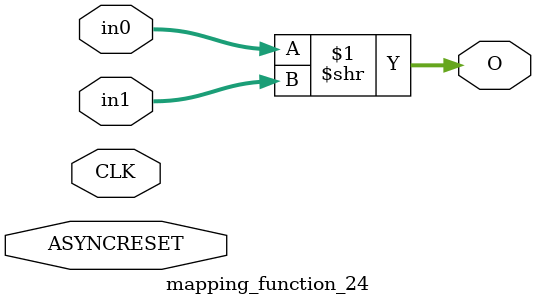
<source format=v>
module mapping_function_24 (
    input [15:0] in1,
    input [15:0] in0,
    input CLK,
    input ASYNCRESET,
    output [15:0] O
);
assign O = in0 >> in1;
endmodule


</source>
